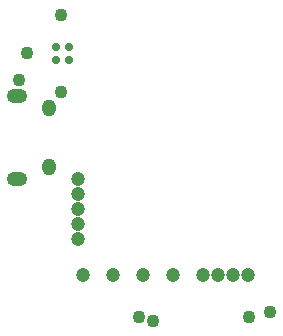
<source format=gbs>
G04*
G04 #@! TF.GenerationSoftware,Altium Limited,Altium Designer,18.1.1 (9)*
G04*
G04 Layer_Color=16711935*
%FSLAX44Y44*%
%MOMM*%
G71*
G01*
G75*
%ADD26C,1.2032*%
%ADD27C,1.1032*%
%ADD28O,1.7532X1.2032*%
%ADD29O,1.1532X1.4532*%
%ADD30C,0.7032*%
D26*
X65600Y131500D02*
D03*
Y118800D02*
D03*
Y106100D02*
D03*
Y93400D02*
D03*
Y80700D02*
D03*
X70300Y50600D02*
D03*
X95700D02*
D03*
X121100D02*
D03*
X146500D02*
D03*
X171900D02*
D03*
X184600D02*
D03*
X197300D02*
D03*
X210000D02*
D03*
D27*
X51400Y205100D02*
D03*
Y270700D02*
D03*
X22900Y237900D02*
D03*
X16100Y215800D02*
D03*
X129900Y11000D02*
D03*
X117300Y14800D02*
D03*
X228500Y19100D02*
D03*
X210648Y14764D02*
D03*
D28*
X14450Y131510D02*
D03*
Y201510D02*
D03*
D29*
X41450Y141510D02*
D03*
Y191510D02*
D03*
D30*
X58100Y243400D02*
D03*
Y232400D02*
D03*
X47100Y243400D02*
D03*
Y232400D02*
D03*
M02*

</source>
